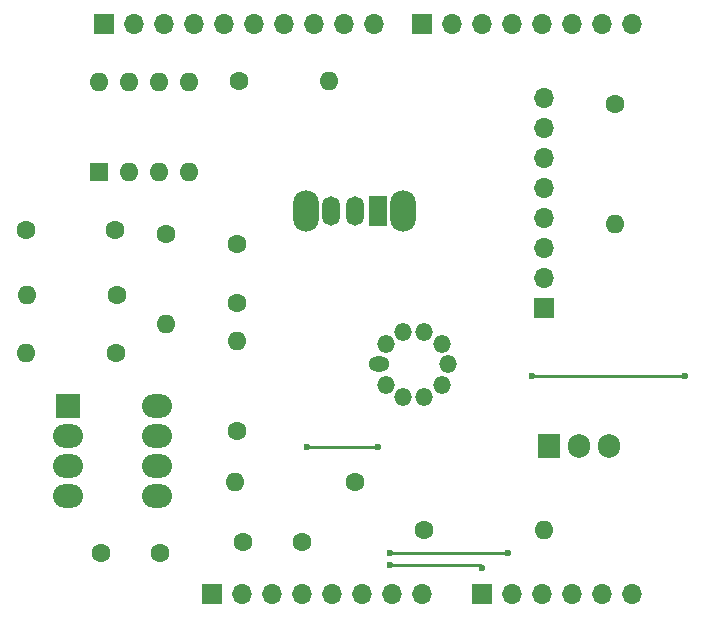
<source format=gbr>
%TF.GenerationSoftware,KiCad,Pcbnew,7.0.2*%
%TF.CreationDate,2024-01-22T00:44:54+01:00*%
%TF.ProjectId,MOSH_ISS_THANG_STEPH_JUNJIANG,4d4f5348-5f49-4535-935f-5448414e475f,rev?*%
%TF.SameCoordinates,Original*%
%TF.FileFunction,Copper,L1,Top*%
%TF.FilePolarity,Positive*%
%FSLAX46Y46*%
G04 Gerber Fmt 4.6, Leading zero omitted, Abs format (unit mm)*
G04 Created by KiCad (PCBNEW 7.0.2) date 2024-01-22 00:44:54*
%MOMM*%
%LPD*%
G01*
G04 APERTURE LIST*
%TA.AperFunction,ComponentPad*%
%ADD10R,1.700000X1.700000*%
%TD*%
%TA.AperFunction,ComponentPad*%
%ADD11O,1.700000X1.700000*%
%TD*%
%TA.AperFunction,ComponentPad*%
%ADD12R,2.000000X2.000000*%
%TD*%
%TA.AperFunction,ComponentPad*%
%ADD13O,2.540000X2.000000*%
%TD*%
%TA.AperFunction,ComponentPad*%
%ADD14O,1.800000X1.300000*%
%TD*%
%TA.AperFunction,ComponentPad*%
%ADD15O,1.500000X1.500000*%
%TD*%
%TA.AperFunction,ComponentPad*%
%ADD16O,2.200000X3.500000*%
%TD*%
%TA.AperFunction,ComponentPad*%
%ADD17R,1.500000X2.500000*%
%TD*%
%TA.AperFunction,ComponentPad*%
%ADD18O,1.500000X2.500000*%
%TD*%
%TA.AperFunction,ComponentPad*%
%ADD19C,1.600000*%
%TD*%
%TA.AperFunction,ComponentPad*%
%ADD20O,1.600000X1.600000*%
%TD*%
%TA.AperFunction,ComponentPad*%
%ADD21R,1.905000X2.000000*%
%TD*%
%TA.AperFunction,ComponentPad*%
%ADD22O,1.905000X2.000000*%
%TD*%
%TA.AperFunction,ComponentPad*%
%ADD23R,1.600000X1.600000*%
%TD*%
%TA.AperFunction,ViaPad*%
%ADD24C,0.600000*%
%TD*%
%TA.AperFunction,Conductor*%
%ADD25C,0.250000*%
%TD*%
G04 APERTURE END LIST*
D10*
%TO.P,J1,1,Pin_1*%
%TO.N,unconnected-(J1-Pin_1-Pad1)*%
X127940000Y-97460000D03*
D11*
%TO.P,J1,2,Pin_2*%
%TO.N,/IOREF*%
X130480000Y-97460000D03*
%TO.P,J1,3,Pin_3*%
%TO.N,/~{RESET}*%
X133020000Y-97460000D03*
%TO.P,J1,4,Pin_4*%
%TO.N,+3V3*%
X135560000Y-97460000D03*
%TO.P,J1,5,Pin_5*%
%TO.N,+5V*%
X138100000Y-97460000D03*
%TO.P,J1,6,Pin_6*%
%TO.N,GND*%
X140640000Y-97460000D03*
%TO.P,J1,7,Pin_7*%
X143180000Y-97460000D03*
%TO.P,J1,8,Pin_8*%
%TO.N,VCC*%
X145720000Y-97460000D03*
%TD*%
D10*
%TO.P,J3,1,Pin_1*%
%TO.N,ADC1*%
X150800000Y-97460000D03*
D11*
%TO.P,J3,2,Pin_2*%
%TO.N,ADC2*%
X153340000Y-97460000D03*
%TO.P,J3,3,Pin_3*%
%TO.N,/A2*%
X155880000Y-97460000D03*
%TO.P,J3,4,Pin_4*%
%TO.N,/A3*%
X158420000Y-97460000D03*
%TO.P,J3,5,Pin_5*%
%TO.N,/SDA{slash}A4*%
X160960000Y-97460000D03*
%TO.P,J3,6,Pin_6*%
%TO.N,/SCL{slash}A5*%
X163500000Y-97460000D03*
%TD*%
D10*
%TO.P,J2,1,Pin_1*%
%TO.N,/SCL{slash}A5*%
X118796000Y-49200000D03*
D11*
%TO.P,J2,2,Pin_2*%
%TO.N,/SDA{slash}A4*%
X121336000Y-49200000D03*
%TO.P,J2,3,Pin_3*%
%TO.N,/AREF*%
X123876000Y-49200000D03*
%TO.P,J2,4,Pin_4*%
%TO.N,GND*%
X126416000Y-49200000D03*
%TO.P,J2,5,Pin_5*%
%TO.N,SCK*%
X128956000Y-49200000D03*
%TO.P,J2,6,Pin_6*%
%TO.N,/12*%
X131496000Y-49200000D03*
%TO.P,J2,7,Pin_7*%
%TO.N,MOSI*%
X134036000Y-49200000D03*
%TO.P,J2,8,Pin_8*%
%TO.N,CS*%
X136576000Y-49200000D03*
%TO.P,J2,9,Pin_9*%
%TO.N,/\u002A9*%
X139116000Y-49200000D03*
%TO.P,J2,10,Pin_10*%
%TO.N,/8*%
X141656000Y-49200000D03*
%TD*%
D10*
%TO.P,J4,1,Pin_1*%
%TO.N,/7*%
X145720000Y-49200000D03*
D11*
%TO.P,J4,2,Pin_2*%
%TO.N,RX*%
X148260000Y-49200000D03*
%TO.P,J4,3,Pin_3*%
%TO.N,TX*%
X150800000Y-49200000D03*
%TO.P,J4,4,Pin_4*%
%TO.N,RST*%
X153340000Y-49200000D03*
%TO.P,J4,5,Pin_5*%
%TO.N,/\u002A3*%
X155880000Y-49200000D03*
%TO.P,J4,6,Pin_6*%
%TO.N,SW_CTL*%
X158420000Y-49200000D03*
%TO.P,J4,7,Pin_7*%
%TO.N,/TX{slash}1*%
X160960000Y-49200000D03*
%TO.P,J4,8,Pin_8*%
%TO.N,/RX{slash}0*%
X163500000Y-49200000D03*
%TD*%
D12*
%TO.P,U1,1,NC_2*%
%TO.N,unconnected-(U1-NC_2-Pad1)*%
X115740000Y-81490000D03*
D13*
%TO.P,U1,2,IN-*%
%TO.N,R_potentiometer *%
X115740000Y-84030000D03*
%TO.P,U1,3,IN+*%
%TO.N,IN+*%
X115740000Y-86570000D03*
%TO.P,U1,4,V-*%
%TO.N,GND*%
X115740000Y-89110000D03*
%TO.P,U1,5,CLOCK*%
%TO.N,unconnected-(U1-CLOCK-Pad5)*%
X123260000Y-89110000D03*
%TO.P,U1,6,OUT*%
%TO.N,Net-(U1-OUT)*%
X123260000Y-86570000D03*
%TO.P,U1,7,V+*%
%TO.N,+5V*%
X123260000Y-84030000D03*
%TO.P,U1,8,NC*%
%TO.N,unconnected-(U1-NC-Pad8)*%
X123260000Y-81490000D03*
%TD*%
D14*
%TO.P,U2,1,R_ALU_IN*%
%TO.N,ADC2*%
X142085000Y-78000000D03*
D15*
%TO.P,U2,2,R_Sens_1_IN*%
%TO.N,+5V*%
X142642670Y-79716333D03*
%TO.P,U2,3,R_Poly_IN*%
%TO.N,SW_12V*%
X144102670Y-80777085D03*
%TO.P,U2,4,R_Sens_1_OUT*%
%TO.N,SW_1*%
X145907330Y-80777085D03*
%TO.P,U2,5,NC*%
%TO.N,unconnected-(U2-NC-Pad5)*%
X147367330Y-79716333D03*
%TO.P,U2,6,R_ALU_OUT*%
%TO.N,GND*%
X147925000Y-78000000D03*
%TO.P,U2,7,R_Sens_2_IN*%
%TO.N,+5V*%
X147367330Y-76283667D03*
%TO.P,U2,8,R_Poly_OUT*%
%TO.N,GND*%
X145907330Y-75222915D03*
%TO.P,U2,9,R_Sens_2_OUT*%
%TO.N,SW_2*%
X144102670Y-75222915D03*
%TO.P,U2,10,NC*%
%TO.N,unconnected-(U2-NC-Pad10)*%
X142642670Y-76283667D03*
%TD*%
D16*
%TO.P,SW1,*%
%TO.N,*%
X144100000Y-65000000D03*
X135900000Y-65000000D03*
D17*
%TO.P,SW1,1,A*%
%TO.N,SW_1*%
X142000000Y-65000000D03*
D18*
%TO.P,SW1,2,B*%
%TO.N,Isens*%
X140000000Y-65000000D03*
%TO.P,SW1,3,C*%
%TO.N,SW_2*%
X138000000Y-65000000D03*
%TD*%
D19*
%TO.P,R3,1*%
%TO.N,Net-(U1-OUT)*%
X119860000Y-72130000D03*
D20*
%TO.P,R3,2*%
%TO.N,R_potentiometer *%
X112240000Y-72130000D03*
%TD*%
D19*
%TO.P,R8,1*%
%TO.N,VCC*%
X145840000Y-92000000D03*
D20*
%TO.P,R8,2*%
%TO.N,SW_12V*%
X156000000Y-92000000D03*
%TD*%
D19*
%TO.P,R5,1*%
%TO.N,R_potentiometer *%
X130190000Y-54000000D03*
D20*
%TO.P,R5,2*%
%TO.N,GND*%
X137810000Y-54000000D03*
%TD*%
D19*
%TO.P,C4,1*%
%TO.N,ADC1*%
X130000000Y-72810000D03*
%TO.P,C4,2*%
%TO.N,GND*%
X130000000Y-67810000D03*
%TD*%
%TO.P,R2,1*%
%TO.N,IN+*%
X119810000Y-77000000D03*
D20*
%TO.P,R2,2*%
%TO.N,GND*%
X112190000Y-77000000D03*
%TD*%
D19*
%TO.P,C1,1*%
%TO.N,IN+*%
X118500000Y-94000000D03*
%TO.P,C1,2*%
%TO.N,GND*%
X123500000Y-94000000D03*
%TD*%
%TO.P,R7,1*%
%TO.N,SW_CTL*%
X162000000Y-55920000D03*
D20*
%TO.P,R7,2*%
%TO.N,Net-(Q1-G)*%
X162000000Y-66080000D03*
%TD*%
D21*
%TO.P,Q1,1,G*%
%TO.N,Net-(Q1-G)*%
X156460000Y-84945000D03*
D22*
%TO.P,Q1,2,D*%
%TO.N,SW_12V*%
X159000000Y-84945000D03*
%TO.P,Q1,3,S*%
%TO.N,GND*%
X161540000Y-84945000D03*
%TD*%
D23*
%TO.P,U3,1,~{CS}*%
%TO.N,CS*%
X118380000Y-61730000D03*
D20*
%TO.P,U3,2,SCK*%
%TO.N,SCK*%
X120920000Y-61730000D03*
%TO.P,U3,3,SI*%
%TO.N,MOSI*%
X123460000Y-61730000D03*
%TO.P,U3,4,VSS*%
%TO.N,GND*%
X126000000Y-61730000D03*
%TO.P,U3,5,PA0*%
%TO.N,R_potentiometer *%
X126000000Y-54110000D03*
%TO.P,U3,6,PW0*%
%TO.N,GND*%
X123460000Y-54110000D03*
%TO.P,U3,7,PB0*%
X120920000Y-54110000D03*
%TO.P,U3,8,VDD*%
%TO.N,+5V*%
X118380000Y-54110000D03*
%TD*%
D19*
%TO.P,R4,1*%
%TO.N,Net-(U1-OUT)*%
X130000000Y-83620000D03*
D20*
%TO.P,R4,2*%
%TO.N,ADC1*%
X130000000Y-76000000D03*
%TD*%
D19*
%TO.P,C3,1*%
%TO.N,Net-(U1-OUT)*%
X119710000Y-66630000D03*
%TO.P,C3,2*%
%TO.N,R_potentiometer *%
X112210000Y-66630000D03*
%TD*%
D10*
%TO.P,J7,1,Pin_1*%
%TO.N,RX*%
X156000000Y-73240000D03*
D11*
%TO.P,J7,2,Pin_2*%
%TO.N,TX*%
X156000000Y-70700000D03*
%TO.P,J7,3,Pin_3*%
%TO.N,unconnected-(J7-Pin_3-Pad3)*%
X156000000Y-68160000D03*
%TO.P,J7,4,Pin_4*%
%TO.N,unconnected-(J7-Pin_4-Pad4)*%
X156000000Y-65620000D03*
%TO.P,J7,5,Pin_5*%
%TO.N,RST*%
X156000000Y-63080000D03*
%TO.P,J7,6,Pin_6*%
%TO.N,+3V3*%
X156000000Y-60540000D03*
%TO.P,J7,7,Pin_7*%
%TO.N,unconnected-(J7-Pin_7-Pad7)*%
X156000000Y-58000000D03*
%TO.P,J7,8,Pin_8*%
%TO.N,GND*%
X156000000Y-55460000D03*
%TD*%
D19*
%TO.P,C2,1*%
%TO.N,+5V*%
X130500000Y-93000000D03*
%TO.P,C2,2*%
%TO.N,GND*%
X135500000Y-93000000D03*
%TD*%
%TO.P,R6,1*%
%TO.N,ADC2*%
X140000000Y-88000000D03*
D20*
%TO.P,R6,2*%
%TO.N,+5V*%
X129840000Y-88000000D03*
%TD*%
D19*
%TO.P,R1,1*%
%TO.N,Isens*%
X124000000Y-67000000D03*
D20*
%TO.P,R1,2*%
%TO.N,IN+*%
X124000000Y-74620000D03*
%TD*%
D24*
%TO.N,+5V*%
X142000000Y-85000000D03*
X136000000Y-85000000D03*
%TO.N,ADC1*%
X143000000Y-95000000D03*
X150800000Y-95200000D03*
%TO.N,ADC2*%
X153000000Y-94000000D03*
X143000000Y-94000000D03*
%TO.N,+3V3*%
X168000000Y-79000000D03*
X155000000Y-79000000D03*
%TD*%
D25*
%TO.N,+5V*%
X142000000Y-85000000D02*
X136000000Y-85000000D01*
%TO.N,ADC1*%
X143000000Y-95000000D02*
X150600000Y-95000000D01*
X150600000Y-95000000D02*
X150800000Y-95200000D01*
%TO.N,ADC2*%
X153000000Y-94000000D02*
X143000000Y-94000000D01*
%TO.N,+3V3*%
X168000000Y-79000000D02*
X155000000Y-79000000D01*
%TD*%
M02*

</source>
